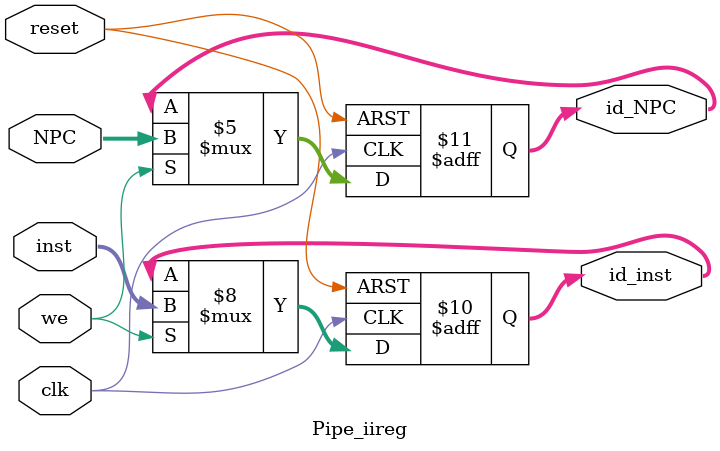
<source format=v>
module Pipe_mwreg(
    input clk,
    input reset,
    input mem_rf_we,
    input [31:0]mem_Z,
    input [31:0]mem_dmem_out,
    input [4:0]mem_rf_waddr,
    // input [1:0]mem_rf_data_sel,
    input [31:0]mem_NPC,
    input [31:0]mem_MDU_out,
    input mem_isJAL,
    input mem_isLW,
    input mem_isMUL,
    output reg wb_rf_we = 1'b0, //Regfile 写有效信号
    output reg [31:0]wb_Z = 32'b0,
    output reg [31:0]wb_Saver = 32'b0,
    output reg [4:0]wb_rf_waddr = 5'b0,
    // output reg [1:0]wb_rf_data_sel = 2'b0,
    output reg [31:0]wb_NPC = 32'b0,
    output reg [31:0]wb_MDU_out = 32'b0,
    output reg wb_isJAL = 1'b0,
    output reg wb_isLW = 1'b0,
    output reg wb_isMUL = 1'b0
);
    always @(posedge reset or posedge clk) begin
        if(reset) begin
            wb_rf_we <= 1'b0;
            wb_Z <= 32'b0;
            wb_Saver <= 32'b0;
            wb_rf_waddr <= 5'b0;
            // wb_rf_data_sel <= 1'b0;
            wb_NPC <= 32'b0;
            wb_MDU_out <= 32'b0;
            wb_isJAL <= 1'b0;
            wb_isLW <= 1'b0;
            wb_isMUL <= 1'b0;
        end else begin
            wb_rf_we <= mem_rf_we;
            wb_Z <= mem_Z;
            wb_Saver <= mem_dmem_out;
            wb_rf_waddr <= mem_rf_waddr;
            // wb_rf_data_sel <= mem_rf_data_sel;
            wb_NPC <= mem_NPC;
            wb_MDU_out <= mem_MDU_out;
            wb_isJAL <= mem_isJAL;
            wb_isLW <= mem_isLW;
            wb_isMUL <= mem_isMUL;
        end
    end
endmodule


// EXE MEM 间的寄存器
module Pipe_emreg(
    input clk,
    input reset,
    input exe_rf_we,
    input [31:0]exe_Z,
    input [4:0]exe_rf_waddr,
    // input [1:0]exe_rf_data_sel,
    input [31:0]exe_dmem_wdata, // MEM 级写入内容
    input exe_dmem_we, // MEM 级读写指示
    input [31:0]exe_NPC,
    input [31:0]exe_MDU_out,
    input exe_isJAL,
    input exe_isLW,
    input exe_isMUL,
    output reg mem_rf_we = 1'b0,
    output reg [31:0]mem_Z = 32'b0,
    output reg [4:0]mem_rf_waddr = 5'b0,
    // output reg [1:0]mem_rf_data_sel = 2'b0,
    output reg [31:0]mem_dmem_wdata = 32'b0,
    output reg mem_dmem_we = 1'b0,
    output reg [31:0]mem_NPC = 32'b0,
    output reg [31:0]mem_MDU_out = 32'b0,
    output reg mem_isJAL = 1'b0,
    output reg mem_isLW = 1'b0,
    output reg mem_isMUL = 1'b0
);
    always @(posedge reset or posedge clk) begin
        if(reset) begin
            mem_rf_we <= 1'b0;
            mem_Z <= 32'b0;
            mem_rf_waddr <= 5'b0;
            // mem_rf_data_sel <= 1'b0;
            mem_dmem_wdata <= 32'b0;
            mem_dmem_we <= 1'b0;
            mem_NPC <= 32'b0;
            // mem_lw <= 32'b0;
            mem_MDU_out <= 32'b0;
            mem_isJAL <= 1'b0;
            mem_isLW <= 1'b0;
            mem_isMUL <= 1'b0;
        end else begin
            mem_rf_we <= exe_rf_we;
            mem_Z <= exe_Z;
            mem_rf_waddr <= exe_rf_waddr;
            // mem_rf_data_sel <= exe_rf_data_sel;
            mem_dmem_wdata <= exe_dmem_wdata;
            mem_dmem_we <= exe_dmem_we;
            mem_NPC <= exe_NPC;
            // mem_lw <= exe_lw;
            mem_MDU_out <= exe_MDU_out;
            mem_isJAL <= exe_isJAL;
            mem_isLW <= exe_isLW;
            mem_isMUL <= exe_isMUL;
        end
    end
endmodule

// ID EXE 间的寄存器
module Pipe_iereg(
    input clk,
    input reset,
    input we,
    input [31:0]id_rs_value,
    input [31:0]id_ze5,
    input [31:0]id_se16,
    input [31:0]id_ze16,
    input [31:0]id_rt_value,
    input id_amux_sel,
    input [1:0]id_bmux_sel,
    input [3:0]id_aluc,
    input id_rf_we,
    input [4:0]id_rf_waddr,
    // input [1:0]id_rf_data_sel,
    input [31:0]id_dmem_wdata,
    input id_dmem_we,
    input [31:0]id_NPC,
    input id_isJAL,
    input id_isLW,
    input id_isMUL,
    output reg [31:0]exe_rs_value = 32'b0,
    output reg [31:0]exe_ze5 = 32'b0,
    output reg [31:0]exe_se16 = 32'b0,
    output reg [31:0]exe_ze16 = 32'b0,
    output reg [31:0]exe_rt_value = 32'b0,
    output reg exe_amux_sel = 1'b0,
    output reg [1:0]exe_bmux_sel = 2'b0,
    output reg [3:0]exe_aluc = 4'b0,
    output reg exe_rf_we = 1'b0,
    output reg [4:0]exe_rf_waddr = 5'b0,
    // output reg [1:0]exe_rf_data_sel = 2'b0,
    output reg [31:0]exe_dmem_wdata = 32'b0,
    output reg exe_dmem_we = 1'b0,
    output reg [31:0]exe_NPC = 32'b0,
    output reg exe_isJAL = 1'b0,
    output reg exe_isLW = 1'b0,
    output reg exe_isMUL = 1'b0
);
    always @(posedge reset or posedge clk) begin
        if(reset) begin
            exe_rs_value <= 32'b0;
            exe_ze5 <= 32'b0;
            exe_se16 <= 32'b0;
            exe_ze16 <= 32'b0;
            exe_rt_value <= 32'b0;
            exe_amux_sel <= 1'b0;
            exe_bmux_sel <= 2'b0;
            exe_aluc <= 4'b0;
            exe_rf_we <= 'b0;
            exe_rf_waddr <= 5'b0;
            // exe_rf_data_sel <= 1'b0;
            exe_dmem_wdata <= 32'b0;
            exe_dmem_we <= 1'b0;
            exe_NPC <= 32'b0;
            exe_isJAL <= 1'b0;
            exe_isLW <= 1'b0;
            exe_isMUL <= 1'b0;
            // exe_lw <= 1'b0;
        end else begin
            if(we) begin 
                exe_rs_value <= id_rs_value;
                exe_ze5 <= id_ze5;
                exe_se16 <= id_se16;
                exe_ze16 <= id_ze16;
                exe_rt_value <= id_rt_value;
                exe_amux_sel <= id_amux_sel;
                exe_bmux_sel <= id_bmux_sel;
                exe_aluc <= id_aluc;
                exe_rf_we <= id_rf_we;
                exe_rf_waddr <= id_rf_waddr;
                // exe_rf_data_sel <= id_rf_data_sel;
                exe_dmem_wdata <= id_dmem_wdata;
                exe_dmem_we <= id_dmem_we;
                exe_NPC <= id_NPC;
                exe_isJAL <= id_isJAL;
                exe_isLW <= id_isLW;
                exe_isMUL <= id_isMUL;
                // exe_lw <= id_lw;
            end else begin
                exe_rs_value <= exe_rs_value;
                exe_ze5 <= exe_ze5;
                exe_se16 <= exe_se16;
                exe_ze16 <= exe_ze16;
                exe_rt_value <= exe_rt_value;
                exe_amux_sel <= exe_amux_sel;
                exe_bmux_sel <= exe_bmux_sel;
                exe_aluc <= exe_aluc;
                exe_rf_we <= exe_rf_we;
                exe_rf_waddr <= exe_rf_waddr;
                // exe_rf_data_sel <= exe_rf_data_sel;
                exe_dmem_wdata <= exe_dmem_wdata;
                exe_dmem_we <= exe_dmem_we;
                exe_NPC <= exe_NPC;
                exe_isJAL <= exe_isJAL;
                exe_isLW <= exe_isLW;
                exe_isMUL <= exe_isMUL;
                // exe_lw <= exe_lw;
            end
        end
    end
endmodule

//IF ID 间的寄存器
module Pipe_iireg(
    input clk,
    input reset,
    input we,
    input [31:0]inst,
    input [31:0]NPC,
    // input if_stop,
    output reg [31:0]id_inst = 32'b0,
    output reg [31:0]id_NPC = 32'b0
    // output reg id_stop = 1'b0
);
    always @(posedge reset or posedge clk) begin
        if(reset) begin
            id_inst <= 32'b0;
            id_NPC <= 32'b0;
            // id_stop <= 1'b0;
        end else begin
            if(we) begin
                id_inst <= inst;
                id_NPC <= NPC;
                // id_stop <= if_stop;
            end else begin
                id_inst <= id_inst;
                id_NPC <= id_NPC;
                // id_stop <= id_stop;
            end
        end
    end
endmodule
</source>
